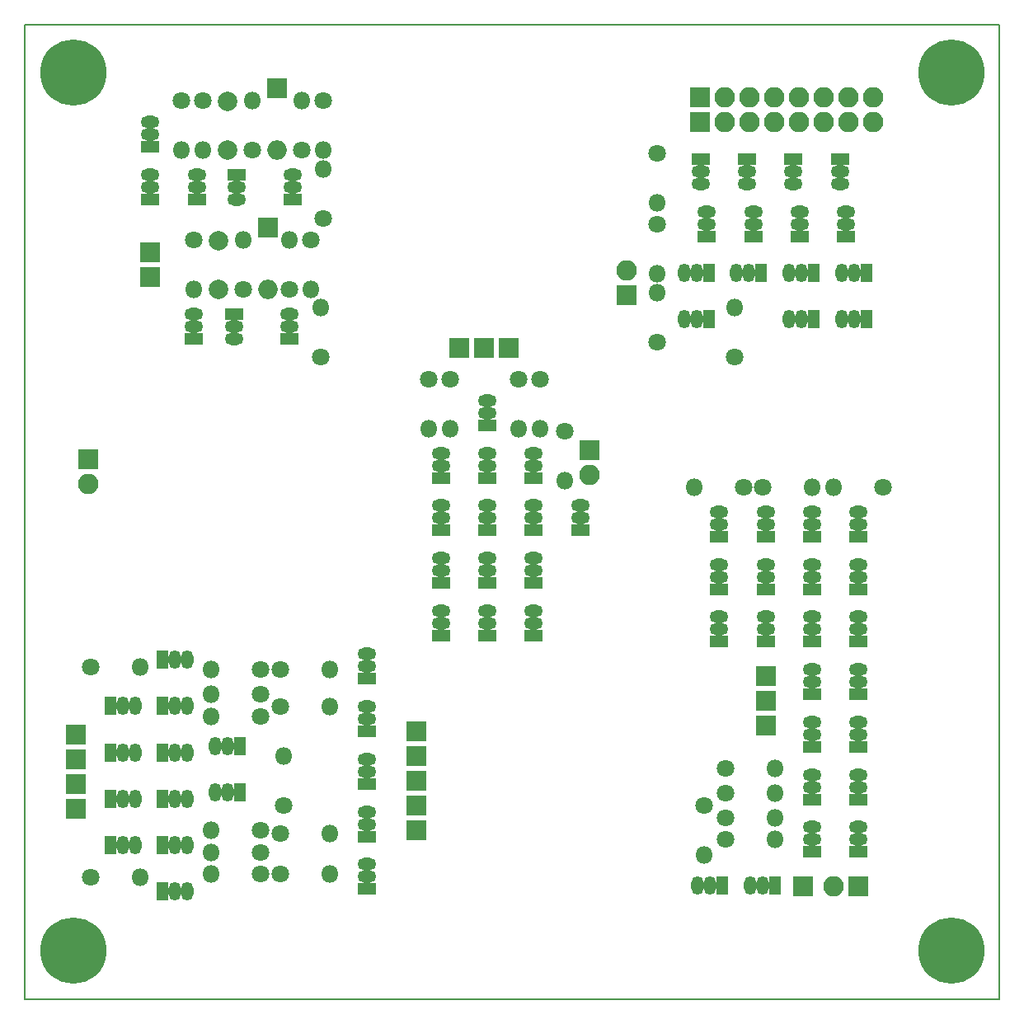
<source format=gbr>
%TF.GenerationSoftware,KiCad,Pcbnew,4.0.7-e2-6376~61~ubuntu18.04.1*%
%TF.CreationDate,2020-08-28T19:46:44+02:00*%
%TF.ProjectId,control,636F6E74726F6C2E6B696361645F7063,rev?*%
%TF.FileFunction,Soldermask,Top*%
%FSLAX46Y46*%
G04 Gerber Fmt 4.6, Leading zero omitted, Abs format (unit mm)*
G04 Created by KiCad (PCBNEW 4.0.7-e2-6376~61~ubuntu18.04.1) date Fri Aug 28 19:46:44 2020*
%MOMM*%
%LPD*%
G01*
G04 APERTURE LIST*
%ADD10C,0.100000*%
%ADD11C,0.150000*%
%ADD12C,6.800000*%
%ADD13C,2.000000*%
%ADD14R,2.000000X2.000000*%
%ADD15O,2.000000X2.000000*%
%ADD16R,2.100000X2.100000*%
%ADD17O,2.100000X2.100000*%
%ADD18O,1.900000X1.300000*%
%ADD19R,1.900000X1.300000*%
%ADD20O,1.300000X1.900000*%
%ADD21R,1.300000X1.900000*%
%ADD22C,1.800000*%
%ADD23O,1.800000X1.800000*%
G04 APERTURE END LIST*
D10*
D11*
X41440000Y-15405000D02*
X41440000Y-115405000D01*
X41440000Y-115405000D02*
X141440000Y-115405000D01*
X141440000Y-15405000D02*
X141440000Y-115405000D01*
X41440000Y-15405000D02*
X141440000Y-15405000D01*
D12*
X136525000Y-20320000D03*
X46355000Y-20320000D03*
X46355000Y-110490000D03*
X136525000Y-110490000D03*
D13*
X62230000Y-23257500D03*
X62230000Y-28257500D03*
X61277500Y-37545000D03*
X61277500Y-42545000D03*
D14*
X67310000Y-21907500D03*
D15*
X67310000Y-28257500D03*
D14*
X66357500Y-36195000D03*
D15*
X66357500Y-42545000D03*
D16*
X110779360Y-25344588D03*
D17*
X113319360Y-25344588D03*
X115859360Y-25344588D03*
X118399360Y-25344588D03*
X120939360Y-25344588D03*
X123479360Y-25344588D03*
X126019360Y-25344588D03*
X128559360Y-25344588D03*
D16*
X110779360Y-22804588D03*
D17*
X113319360Y-22804588D03*
X115859360Y-22804588D03*
X118399360Y-22804588D03*
X120939360Y-22804588D03*
X123479360Y-22804588D03*
X126019360Y-22804588D03*
X128559360Y-22804588D03*
D16*
X47942500Y-60007500D03*
D17*
X47942500Y-62547500D03*
D16*
X54292500Y-38735000D03*
X54292500Y-41275000D03*
X103187500Y-43180000D03*
D17*
X103187500Y-40640000D03*
D16*
X99377500Y-59055000D03*
D17*
X99377500Y-61595000D03*
D16*
X86042500Y-48577500D03*
X88582500Y-48577500D03*
X91122500Y-48577500D03*
X121285000Y-103822500D03*
X46672500Y-95885000D03*
X81597500Y-98107500D03*
X81597500Y-87947500D03*
X81597500Y-95567500D03*
X46672500Y-88265000D03*
X81597500Y-90487500D03*
X46672500Y-90805000D03*
X81597500Y-93027500D03*
X46672500Y-93345000D03*
X127000000Y-103822500D03*
D17*
X124460000Y-103822500D03*
D16*
X117475000Y-87312500D03*
X117475000Y-84772500D03*
X117475000Y-82232500D03*
D18*
X54292500Y-26670000D03*
X54292500Y-25400000D03*
D19*
X54292500Y-27940000D03*
D18*
X59055000Y-32067500D03*
X59055000Y-30797500D03*
D19*
X59055000Y-33337500D03*
D18*
X63182500Y-32067500D03*
X63182500Y-33337500D03*
D19*
X63182500Y-30797500D03*
D18*
X68897500Y-32067500D03*
X68897500Y-30797500D03*
D19*
X68897500Y-33337500D03*
D18*
X54292500Y-32067500D03*
X54292500Y-30797500D03*
D19*
X54292500Y-33337500D03*
D18*
X110807500Y-30480000D03*
X110807500Y-31750000D03*
D19*
X110807500Y-29210000D03*
D18*
X115570000Y-30480000D03*
X115570000Y-31750000D03*
D19*
X115570000Y-29210000D03*
D18*
X120332500Y-30480000D03*
X120332500Y-31750000D03*
D19*
X120332500Y-29210000D03*
D18*
X125095000Y-30480000D03*
X125095000Y-31750000D03*
D19*
X125095000Y-29210000D03*
D18*
X125730000Y-35877500D03*
X125730000Y-34607500D03*
D19*
X125730000Y-37147500D03*
D18*
X120967500Y-35877500D03*
X120967500Y-34607500D03*
D19*
X120967500Y-37147500D03*
D18*
X116205000Y-35877500D03*
X116205000Y-34607500D03*
D19*
X116205000Y-37147500D03*
D18*
X111442500Y-35877500D03*
X111442500Y-34607500D03*
D19*
X111442500Y-37147500D03*
D18*
X58737500Y-46355000D03*
X58737500Y-45085000D03*
D19*
X58737500Y-47625000D03*
D18*
X62865000Y-46355000D03*
X62865000Y-47625000D03*
D19*
X62865000Y-45085000D03*
D18*
X68580000Y-46355000D03*
X68580000Y-45085000D03*
D19*
X68580000Y-47625000D03*
D18*
X88900000Y-55245000D03*
X88900000Y-53975000D03*
D19*
X88900000Y-56515000D03*
D18*
X98425000Y-66040000D03*
X98425000Y-64770000D03*
D19*
X98425000Y-67310000D03*
D20*
X111737974Y-103757972D03*
X110467974Y-103757972D03*
D21*
X113007974Y-103757972D03*
D20*
X117135474Y-103757972D03*
X115865474Y-103757972D03*
D21*
X118405474Y-103757972D03*
D18*
X112712500Y-66675000D03*
X112712500Y-65405000D03*
D19*
X112712500Y-67945000D03*
D18*
X117475000Y-66675000D03*
X117475000Y-65405000D03*
D19*
X117475000Y-67945000D03*
D18*
X122237500Y-66675000D03*
X122237500Y-65405000D03*
D19*
X122237500Y-67945000D03*
D20*
X62231126Y-94225876D03*
X60961126Y-94225876D03*
D21*
X63501126Y-94225876D03*
D18*
X112712500Y-72072500D03*
X112712500Y-70802500D03*
D19*
X112712500Y-73342500D03*
D18*
X117475000Y-72072500D03*
X117475000Y-70802500D03*
D19*
X117475000Y-73342500D03*
D20*
X62231126Y-89463376D03*
X60961126Y-89463376D03*
D21*
X63501126Y-89463376D03*
D18*
X112712500Y-77470000D03*
X112712500Y-76200000D03*
D19*
X112712500Y-78740000D03*
D18*
X117475000Y-77470000D03*
X117475000Y-76200000D03*
D19*
X117475000Y-78740000D03*
D20*
X51436126Y-85335876D03*
X52706126Y-85335876D03*
D21*
X50166126Y-85335876D03*
D18*
X76517500Y-81280000D03*
X76517500Y-80010000D03*
D19*
X76517500Y-82550000D03*
D20*
X56833626Y-80573376D03*
X58103626Y-80573376D03*
D21*
X55563626Y-80573376D03*
D20*
X56833626Y-104385876D03*
X58103626Y-104385876D03*
D21*
X55563626Y-104385876D03*
D18*
X76517500Y-97472500D03*
X76517500Y-96202500D03*
D19*
X76517500Y-98742500D03*
D18*
X76517500Y-86677500D03*
X76517500Y-85407500D03*
D19*
X76517500Y-87947500D03*
D20*
X56833626Y-85335876D03*
X58103626Y-85335876D03*
D21*
X55563626Y-85335876D03*
D20*
X56833626Y-99623376D03*
X58103626Y-99623376D03*
D21*
X55563626Y-99623376D03*
D18*
X76517500Y-92075000D03*
X76517500Y-90805000D03*
D19*
X76517500Y-93345000D03*
D20*
X56833626Y-90098376D03*
X58103626Y-90098376D03*
D21*
X55563626Y-90098376D03*
D20*
X56833626Y-94860876D03*
X58103626Y-94860876D03*
D21*
X55563626Y-94860876D03*
D20*
X51436126Y-90098376D03*
X52706126Y-90098376D03*
D21*
X50166126Y-90098376D03*
D20*
X51436126Y-99623376D03*
X52706126Y-99623376D03*
D21*
X50166126Y-99623376D03*
D18*
X76517500Y-102870000D03*
X76517500Y-101600000D03*
D19*
X76517500Y-104140000D03*
D20*
X51436126Y-94860876D03*
X52706126Y-94860876D03*
D21*
X50166126Y-94860876D03*
D18*
X84137500Y-60642500D03*
X84137500Y-59372500D03*
D19*
X84137500Y-61912500D03*
D18*
X84137500Y-66040000D03*
X84137500Y-64770000D03*
D19*
X84137500Y-67310000D03*
D18*
X88900000Y-60642500D03*
X88900000Y-59372500D03*
D19*
X88900000Y-61912500D03*
D18*
X88900000Y-66040000D03*
X88900000Y-64770000D03*
D19*
X88900000Y-67310000D03*
D18*
X88900000Y-71437500D03*
X88900000Y-70167500D03*
D19*
X88900000Y-72707500D03*
D18*
X88900000Y-76835000D03*
X88900000Y-75565000D03*
D19*
X88900000Y-78105000D03*
D18*
X84137500Y-71437500D03*
X84137500Y-70167500D03*
D19*
X84137500Y-72707500D03*
D18*
X84137500Y-76835000D03*
X84137500Y-75565000D03*
D19*
X84137500Y-78105000D03*
D18*
X93662500Y-60642500D03*
X93662500Y-59372500D03*
D19*
X93662500Y-61912500D03*
D18*
X93662500Y-66040000D03*
X93662500Y-64770000D03*
D19*
X93662500Y-67310000D03*
D18*
X93662500Y-71437500D03*
X93662500Y-70167500D03*
D19*
X93662500Y-72707500D03*
D18*
X93662500Y-76835000D03*
X93662500Y-75565000D03*
D19*
X93662500Y-78105000D03*
D18*
X122237500Y-72072500D03*
X122237500Y-70802500D03*
D19*
X122237500Y-73342500D03*
D18*
X122237500Y-82867500D03*
X122237500Y-81597500D03*
D19*
X122237500Y-84137500D03*
D18*
X127000000Y-82867500D03*
X127000000Y-81597500D03*
D19*
X127000000Y-84137500D03*
D18*
X127000000Y-72072500D03*
X127000000Y-70802500D03*
D19*
X127000000Y-73342500D03*
D18*
X127000000Y-66675000D03*
X127000000Y-65405000D03*
D19*
X127000000Y-67945000D03*
D18*
X122237500Y-77470000D03*
X122237500Y-76200000D03*
D19*
X122237500Y-78740000D03*
D18*
X127000000Y-77470000D03*
X127000000Y-76200000D03*
D19*
X127000000Y-78740000D03*
D18*
X122237500Y-88265000D03*
X122237500Y-86995000D03*
D19*
X122237500Y-89535000D03*
D18*
X122237500Y-99060000D03*
X122237500Y-97790000D03*
D19*
X122237500Y-100330000D03*
D18*
X127000000Y-99060000D03*
X127000000Y-97790000D03*
D19*
X127000000Y-100330000D03*
D18*
X127000000Y-88265000D03*
X127000000Y-86995000D03*
D19*
X127000000Y-89535000D03*
D18*
X122237500Y-93662500D03*
X122237500Y-92392500D03*
D19*
X122237500Y-94932500D03*
D18*
X127000000Y-93662500D03*
X127000000Y-92392500D03*
D19*
X127000000Y-94932500D03*
D20*
X121160740Y-45606810D03*
X119890740Y-45606810D03*
D21*
X122430740Y-45606810D03*
D20*
X110365740Y-45606810D03*
X109095740Y-45606810D03*
D21*
X111635740Y-45606810D03*
D20*
X110365740Y-40844310D03*
X109095740Y-40844310D03*
D21*
X111635740Y-40844310D03*
D20*
X121160740Y-40844310D03*
X119890740Y-40844310D03*
D21*
X122430740Y-40844310D03*
D20*
X115763240Y-40844310D03*
X114493240Y-40844310D03*
D21*
X117033240Y-40844310D03*
D20*
X126558240Y-45606810D03*
X125288240Y-45606810D03*
D21*
X127828240Y-45606810D03*
D20*
X126558240Y-40844310D03*
X125288240Y-40844310D03*
D21*
X127828240Y-40844310D03*
D22*
X57467500Y-23177500D03*
D23*
X57467500Y-28257500D03*
D22*
X59690000Y-23177500D03*
D23*
X59690000Y-28257500D03*
D22*
X69850000Y-28257500D03*
D23*
X69850000Y-23177500D03*
D22*
X72072500Y-23177500D03*
D23*
X72072500Y-28257500D03*
D22*
X72072500Y-35242500D03*
D23*
X72072500Y-30162500D03*
D22*
X64770000Y-28257500D03*
D23*
X64770000Y-23177500D03*
D22*
X106362500Y-28575000D03*
D23*
X106362500Y-33655000D03*
D22*
X58737500Y-37465000D03*
D23*
X58737500Y-42545000D03*
D22*
X68580000Y-42545000D03*
D23*
X68580000Y-37465000D03*
D22*
X70802500Y-37465000D03*
D23*
X70802500Y-42545000D03*
D22*
X71755000Y-49530000D03*
D23*
X71755000Y-44450000D03*
D22*
X63817500Y-42545000D03*
D23*
X63817500Y-37465000D03*
D22*
X85090000Y-51752500D03*
D23*
X85090000Y-56832500D03*
D22*
X96837500Y-57150000D03*
D23*
X96837500Y-62230000D03*
D22*
X111125000Y-95567500D03*
D23*
X111125000Y-100647500D03*
D22*
X115252500Y-62865000D03*
D23*
X110172500Y-62865000D03*
D22*
X117157500Y-62865000D03*
D23*
X122237500Y-62865000D03*
D22*
X65604896Y-98126242D03*
D23*
X60524896Y-98126242D03*
D22*
X65604896Y-86378742D03*
D23*
X60524896Y-86378742D03*
D22*
X48142396Y-81298742D03*
D23*
X53222396Y-81298742D03*
D22*
X67627500Y-81597500D03*
D23*
X72707500Y-81597500D03*
D22*
X65604896Y-81616242D03*
D23*
X60524896Y-81616242D03*
D22*
X65604896Y-102571242D03*
D23*
X60524896Y-102571242D03*
D22*
X67627500Y-98425000D03*
D23*
X72707500Y-98425000D03*
D22*
X67627500Y-85407500D03*
D23*
X72707500Y-85407500D03*
D22*
X65604896Y-84156242D03*
D23*
X60524896Y-84156242D03*
D22*
X65604896Y-100348742D03*
D23*
X60524896Y-100348742D03*
D22*
X67945000Y-95567500D03*
D23*
X67945000Y-90487500D03*
D22*
X48142396Y-102888742D03*
D23*
X53222396Y-102888742D03*
D22*
X67627500Y-102552500D03*
D23*
X72707500Y-102552500D03*
D22*
X82867500Y-51752500D03*
D23*
X82867500Y-56832500D03*
D22*
X92075000Y-51752500D03*
D23*
X92075000Y-56832500D03*
D22*
X94297500Y-51752500D03*
D23*
X94297500Y-56832500D03*
D22*
X113347500Y-91757500D03*
D23*
X118427500Y-91757500D03*
D22*
X113347500Y-94297500D03*
D23*
X118427500Y-94297500D03*
D22*
X129540000Y-62865000D03*
D23*
X124460000Y-62865000D03*
D22*
X113347500Y-96837500D03*
D23*
X118427500Y-96837500D03*
D22*
X113347500Y-99060000D03*
D23*
X118427500Y-99060000D03*
D22*
X106362500Y-47942500D03*
D23*
X106362500Y-42862500D03*
D22*
X106362500Y-35877500D03*
D23*
X106362500Y-40957500D03*
D22*
X114300000Y-49530000D03*
D23*
X114300000Y-44450000D03*
M02*

</source>
